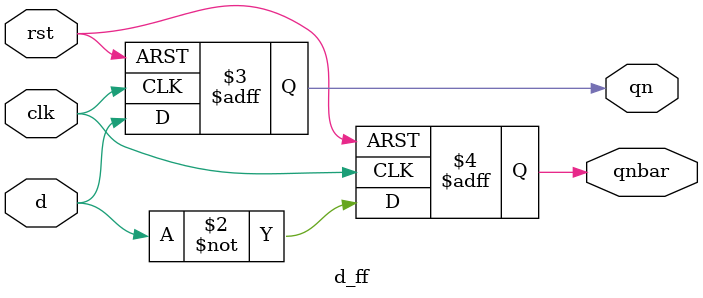
<source format=v>

module d_ff(input d, clk, rst, output reg qn ,qnbar);

 always@(posedge clk or posedge rst)
  
  if(rst) begin
    qn <= 0;
    qnbar <= 1;
  end
  
  else begin
  
   qn    <= d;
   qnbar <= ~d;
   
  end
   
endmodule

</source>
